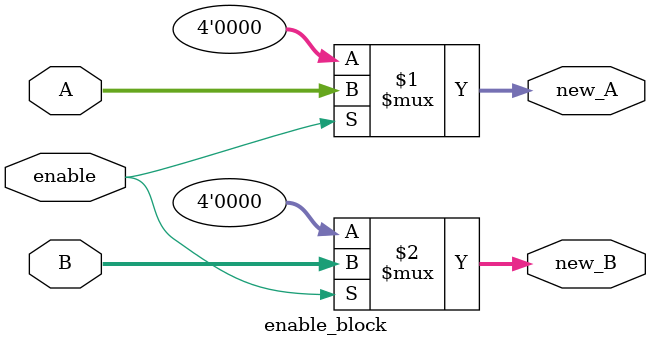
<source format=v>
`include "./and.v"
`include "./comparator.v"
`include "./add_sub.v"

module alu_block(
    input [3:0] A,
    input [3:0] B,
    input [1:0] S,              //control 2-bit number S
    output reg [3:0] result);

    wire not_S0, not_S1;
    wire enable_add, enable_sub, enable_comp, enable_and;
    wire [3:0] A_add, B_add, A_sub, B_sub, A_comp, B_comp, A_and, B_and;
    wire [3:0] add_result, sub_result, comp_result, and_result;
    wire Greater_than, Less_than, Equal;
    wire carry, borrow;

    not U1(not_S0, S[0]);
    not U2(not_S1, S[1]);

    //assigning the result bits as the outputs of the 2x4 Decoder
    assign U3 = not_S0 & not_S1;
    assign U4 = S[0] & not_S1;
    assign U5 = not_S0 & S[1];
    assign U6 = S[0] & S[1];

    //determining enable signals based on the decoder result
    assign enable_add = (U3 == 1'b1);
    assign enable_sub = (U4 == 1'b1);
    assign enable_comp = (U5 == 1'b1);
    assign enable_and = (U6 == 1'b1);

    //creating enable blocks for each operation
    enable_block add_enable(A, B, enable_add, A_add, B_add);
    enable_block sub_enable(A, B, enable_sub, A_sub, B_sub);
    enable_block comp_enable(A, B, enable_comp, A_comp, B_comp);
    enable_block and_enable(A, B, enable_and, A_and, B_and);

    //performing ALU operations using 4-bit adder/subtractor, comparator, and AND gate
    four_bit_adder_subtractor adder(A_add, B_add, S[0], add_result, carry);
    four_bit_adder_subtractor subtractor(A_sub, B_sub, S[0], sub_result, borrow);
    comparator_four_bit comparator(A_comp, B_comp, Greater_than, Less_than, Equal);
    AND and_gate(A_and, B_and, and_result);

    //concatenating the results of individual operations
    always @* begin
        if (enable_add)
            result = add_result;
        else if (enable_sub)
            result = sub_result;
        else if (enable_comp)
            result = {Greater_than, Less_than, Equal};
        else if (enable_and)
            result = and_result;
        else
            result = 4'b0000;
    end

endmodule


module enable_block(
    input [3:0] A,
    input [3:0] B,
    input enable,
    output [3:0] new_A,
    output [3:0] new_B);

    //defining the new inputs for the ALU operations to be performed
    assign new_A = (enable) ? A : 4'b0000;
    assign new_B = (enable) ? B : 4'b0000;

endmodule
</source>
